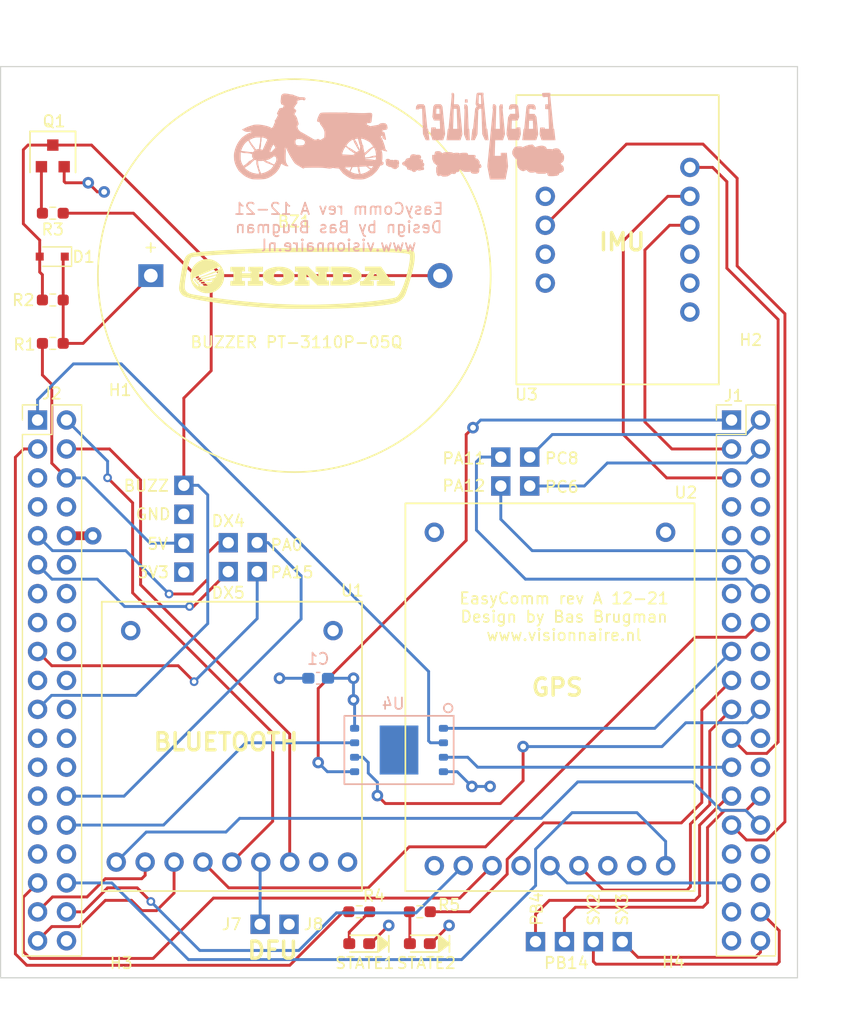
<source format=kicad_pcb>
(kicad_pcb (version 20211014) (generator pcbnew)
  (title_block (title "EasyComm Board") (date "2021-12-06") (company "visionnaire.nl"))
  (layers (0 "F.Cu" signal) (1 "In1.Cu" power "GND") (2 "In2.Cu" power "PWR") (31 "B.Cu" signal) (34 "B.Paste" user) (35 "F.Paste" user) (36 "B.SilkS" user "B.Silkscreen") (37 "F.SilkS" user "F.Silkscreen") (38 "B.Mask" user) (39 "F.Mask" user) (44 "Edge.Cuts" user))
  (net 0 "")
  (net 1 "Net-(BZ1-Pad1)")
  (net 2 "/VBAT")
  (net 3 "Net-(BZ1-Pad2)")
  (net 4 "Net-(D2-Pad2)")
  (net 5 "Net-(D3-Pad2)")
  (net 6 "/FLASH_IO0")
  (net 7 "/PC8")
  (net 8 "/IMU_SCL")
  (net 9 "/PC6")
  (net 10 "/IMU_SDA")
  (net 16 "/PA12")
  (net 18 "/PA11")
  (net 19 "GND")
  (net 21 "/BLE_CS")
  (net 22 "/FLASH_CS")
  (net 24 "/LED_STATUS2")
  (net 25 "/RX_TX")
  (net 26 "/FLASH_CLK")
  (net 27 "/INTM")
  (net 28 "+5V")
  (net 29 "+3V3")
  (net 31 "/FLASH_WP")
  (net 33 "/PB4")
  (net 34 "/PB14")
  (net 35 "/IMU_INT1")
  (net 36 "/BLE_CLK")
  (net 39 "/TX_RX")
  (net 43 "/FLASH_IO1")
  (net 44 "/BLE_IRQ")
  (net 45 "/LED_STATUS1")
  (net 46 "/BLE_RST")
  (net 54 "/PA15")
  (net 56 "/BUZZ")
  (net 62 "/PA0")
  (net 64 "/FLASH_RESET")
  (net 67 "/PPS")
  (net 68 "/BLE_MISO")
  (net 69 "/GPS_ENABLE")
  (net 70 "/BLE_MOSI")
  (net 72 "/DFU")
  (net 73 "/S_XTRA2")
  (net 74 "Net-(Q1-Pad1)")
  (net 75 "/S_XTRA3")
  (net 80 "/XTRA5_D")
  (net 81 "/XTRA4_D")
  (footprint "stamina_footprints:R_0603_1608Metric_Pad0.98x0.95mm_HandSolder" (layer "F.Cu") (at 109.5875 57.87)
    (fp_text reference "R3")
    (fp_text value "330")
  )
  (footprint "stamina_footprints:MountingHole_3.2mm_M3" (layer "F.Cu") (at 164 121)
    (fp_text reference "H4")
    (fp_text value "MountingHole")
  )
  (footprint "stamina_footprints:PinHeader_2x19_P2.54mm_Vertical" (layer "F.Cu") (at 108.25 76.03)
    (fp_text reference "J2")
    (fp_text value "LEFT Morpho")
  )
  (footprint "stamina_footprints:PinHeader_1x01_P2.54mm_Vertical" (layer "F.Cu") (at 121.1 81.76)
    (fp_text reference "BUZZ")
    (fp_text value "TestPoint")
  )
  (footprint "stamina_footprints:R_0603_1608Metric_Pad0.98x0.95mm_HandSolder" (layer "F.Cu") (at 136.505 119.2 180)
    (fp_text reference "R4")
    (fp_text value "330")
  )
  (footprint "stamina_footprints:LED_0603_1608Metric_Pad1.05x0.95mm_HandSolder" (layer "F.Cu") (at 141.83 122 180)
    (fp_text reference "STATE2")
    (fp_text value "LED")
  )
  (footprint "stamina_footprints:PinHeader_1x01_P2.54mm_Vertical" (layer "F.Cu") (at 148.942 79.28)
    (fp_text reference "PA11")
    (fp_text value "Conn_01x01")
  )
  (footprint "stamina_footprints:PinHeader_1x01_P2.54mm_Vertical" (layer "F.Cu") (at 151.482 79.28)
    (fp_text reference "PC8")
    (fp_text value "Conn_01x01")
  )
  (footprint "stamina_footprints:PinHeader_1x01_P2.54mm_Vertical" (layer "F.Cu") (at 151.482 81.82)
    (fp_text reference "PC6")
    (fp_text value "Conn_01x01")
  )
  (footprint "stamina_footprints:R_0603_1608Metric_Pad0.98x0.95mm_HandSolder" (layer "F.Cu") (at 109.5875 69.3)
    (fp_text reference "R1")
    (fp_text value "2.7K")
  )
  (footprint "stamina_footprints:PinHeader_1x01_P2.54mm_Vertical" (layer "F.Cu") (at 127.54 89.34)
    (fp_text reference "PA15")
    (fp_text value "Conn_01x01")
  )
  (footprint "stamina_footprints:LED_0603_1608Metric_Pad1.05x0.95mm_HandSolder" (layer "F.Cu") (at 136.505 122 180)
    (fp_text reference "STATE1")
    (fp_text value "LED")
  )
  (footprint "stamina_footprints:MountingHole_3.2mm_M3" (layer "F.Cu") (at 115.5 121)
    (fp_text reference "H3")
    (fp_text value "MountingHole")
  )
  (footprint "stamina_footprints:PinHeader_1x01_P2.54mm_Vertical" (layer "F.Cu") (at 130.34 120.3 90)
    (fp_text reference "J8")
    (fp_text value "Conn_01x01")
  )
  (footprint "stamina_footprints:MountingHole_3.2mm_M3" (layer "F.Cu") (at 171 71.5)
    (fp_text reference "H2")
    (fp_text value "MountingHole")
  )
  (footprint "stamina_footprints:SOT-23_3_HandSoldering" (layer "F.Cu") (at 109.5875 52.79 90)
    (fp_text reference "Q1")
    (fp_text value "NPN2222A")
  )
  (footprint "stamina_footprints:PinHeader_1x01_P2.54mm_Vertical" (layer "F.Cu") (at 157.07 121.825)
    (fp_text reference "SX2")
    (fp_text value "Conn_01x01")
  )
  (footprint "stamina_footprints:PinHeader_1x01_P2.54mm_Vertical" (layer "F.Cu") (at 121.1 84.3)
    (fp_text reference "GND")
    (fp_text value "TestPoint")
  )
  (footprint "stamina_footprints:PinHeader_1x01_P2.54mm_Vertical" (layer "F.Cu") (at 151.99 121.825)
    (fp_text reference "PB4")
    (fp_text value "Conn_01x01")
  )
  (footprint "stamina_footprints:Adafruit_IMU" (layer "F.Cu") (at 165.55 66.55 90)
    (fp_text reference "U3")
    (fp_text value "Adafruit_IMU")
  )
  (footprint "stamina_footprints:Adafruit_GPS" (layer "F.Cu") (at 143.1 115.156)
    (fp_text reference "U2")
    (fp_text value "Adafruit_GPS")
  )
  (footprint "stamina_footprints:PinHeader_1x01_P2.54mm_Vertical" (layer "F.Cu") (at 159.61 121.825)
    (fp_text reference "SX3")
    (fp_text value "Conn_01x01")
  )
  (footprint "stamina_footprints:PinHeader_1x01_P2.54mm_Vertical" (layer "F.Cu") (at 121.1 89.38)
    (fp_text reference "3V3")
    (fp_text value "TestPoint")
  )
  (footprint "stamina_footprints:D_SOD-323F" (layer "F.Cu") (at 109.5375 61.68 180)
    (fp_text reference "D1")
    (fp_text value "D_Schottky")
  )
  (footprint "stamina_footprints:PinHeader_2x19_P2.54mm_Vertical" (layer "F.Cu") (at 169.21 76.03)
    (fp_text reference "J1")
    (fp_text value "RIGHT Morpho")
  )
  (footprint "stamina_footprints:PinHeader_1x01_P2.54mm_Vertical" (layer "F.Cu") (at 121.1 86.84)
    (fp_text reference "5V")
    (fp_text value "TestPoint")
  )
  (footprint "stamina_footprints:PinHeader_1x01_P2.54mm_Vertical" (layer "F.Cu") (at 127.8 120.3 90)
    (fp_text reference "J7")
    (fp_text value "Conn_01x01")
  )
  (footprint "stamina_footprints:R_0603_1608Metric_Pad0.98x0.95mm_HandSolder" (layer "F.Cu") (at 109.5875 65.49 180)
    (fp_text reference "R2")
    (fp_text value "1K")
  )
  (footprint "stamina_footprints:MountingHole_3.2mm_M3" (layer "F.Cu") (at 115.5 76)
    (fp_text reference "H1")
    (fp_text value "MountingHole")
  )
  (footprint "stamina_footprints:Adafruit_Bluetooth" (layer "F.Cu") (at 115.16 114.84)
    (fp_text reference "U1")
    (fp_text value "Adafruit_Bluetooth")
  )
  (footprint "stamina_footprints:PinHeader_1x01_P2.54mm_Vertical" (layer "F.Cu") (at 127.54 86.8)
    (fp_text reference "PA0")
    (fp_text value "Conn_01x01")
  )
  (footprint "stamina_footprints:R_0603_1608Metric_Pad0.98x0.95mm_HandSolder" (layer "F.Cu") (at 141.83 119.2)
    (fp_text reference "R5")
    (fp_text value "330")
  )
  (footprint "stamina_footprints:EasyRider_logo2" (layer "F.Cu") (at 131.1 63.6)
    (fp_text reference "G***" hide)
    (fp_text value "LOGO" hide)
  )
  (footprint "stamina_footprints:PinHeader_1x01_P2.54mm_Vertical" (layer "F.Cu") (at 125 86.8)
    (fp_text reference "DX4")
    (fp_text value "Conn_01x01")
  )
  (footprint "stamina_footprints:Buzzer_25.4mmPP" (layer "F.Cu") (at 118.2 63.35)
    (fp_text reference "BZ1")
    (fp_text value "Buzzer")
  )
  (footprint "stamina_footprints:PinHeader_1x01_P2.54mm_Vertical" (layer "F.Cu") (at 148.942 81.82)
    (fp_text reference "PA12")
    (fp_text value "Conn_01x01")
  )
  (footprint "stamina_footprints:PinHeader_1x01_P2.54mm_Vertical" (layer "F.Cu") (at 154.53 121.825)
    (fp_text reference "PB14")
    (fp_text value "Conn_01x01")
  )
  (footprint "stamina_footprints:PinHeader_1x01_P2.54mm_Vertical" (layer "F.Cu") (at 125 89.34)
    (fp_text reference "DX5")
    (fp_text value "Conn_01x01")
  )
  (footprint "stamina_footprints:EasyRider_logo1" (layer "B.Cu") (at 140.369238 51.084817 180)
    (fp_text reference "G***" hide)
    (fp_text value "LOGO" hide)
  )
  (footprint "stamina_footprints:WSON-8-8x6mm_P1.27mm" (layer "B.Cu") (at 140 105 180)
    (fp_text reference "U4")
    (fp_text value "W25Q256JV")
  )
  (footprint "stamina_footprints:C_0603_1608Metric_Pad1.08x0.95mm_HandSolder" (layer "B.Cu") (at 132.9 98.7 180)
    (fp_text reference "C1")
    (fp_text value "0.1uf")
  )
  (gr_line (start 105 45) (end 105 125) (layer "Edge.Cuts") (width 0.1))
  (gr_line (start 105 45) (end 175 45) (layer "Edge.Cuts") (width 0.1))
  (gr_line (start 175 45) (end 175 125) (layer "Edge.Cuts") (width 0.1))
  (gr_line (start 105 125) (end 175 125) (layer "Edge.Cuts") (width 0.1))
  (gr_text "EasyComm rev A 12-21\nDesign by Bas Brugman\nwww.visionnaire.nl\n" (at 134.7 59.1) (layer "B.SilkS") (effects (font (size 1 1)) (justify mirror)))
  (gr_text "BLUETOOTH" (at 124.8 104.3) (layer "F.SilkS") (effects (font (size 1.5 1.5) (thickness 0.3))))
  (gr_text "DFU" (at 128.9 122.6) (layer "F.SilkS") (effects (font (size 1.5 1.5) (thickness 0.3))))
  (gr_text "IMU" (at 159.6 60.4) (layer "F.SilkS") (effects (font (size 1.5 1.5) (thickness 0.3))))
  (gr_text "GPS" (at 153.9 99.5) (layer "F.SilkS") (effects (font (size 1.5 1.5) (thickness 0.3))))
  (gr_text "EasyComm rev A 12-21\nDesign by Bas Brugman\nwww.visionnaire.nl\n" (at 154.5 93.3) (layer "F.SilkS") (effects (font (size 1 1))))
  (segment (start 110.5 69.3) (end 110.5 65.49) (width 0.254) (layer "F.Cu") (net 1))
  (segment (start 110.5 69.3) (end 112.25 69.3) (width 0.254) (layer "F.Cu") (net 1))
  (segment (start 112.25 69.3) (end 118.2 63.35) (width 0.254) (layer "F.Cu") (net 1))
  (segment (start 110.5 61.8175) (end 110.6375 61.68) (width 0.254) (layer "F.Cu") (net 1))
  (segment (start 110.5 65.49) (end 110.5 61.8175) (width 0.254) (layer "F.Cu") (net 1))
  (segment (start 107 117.92) (end 108.25 116.67) (width 0.254) (layer "F.Cu") (net 2))
  (segment (start 118.4 123.3) (end 107.6 123.3) (width 0.254) (layer "F.Cu") (net 2))
  (segment (start 107.6 123.3) (end 107 122.7) (width 0.254) (layer "F.Cu") (net 2))
  (segment (start 123.7 118) (end 118.4 123.3) (width 0.254) (layer "F.Cu") (net 2))
  (segment (start 145.336 118) (end 123.7 118) (width 0.254) (layer "F.Cu") (net 2))
  (segment (start 148.18 115.156) (end 145.336 118) (width 0.254) (layer "F.Cu") (net 2))
  (segment (start 107 122.7) (end 107 117.92) (width 0.254) (layer "F.Cu") (net 2))
  (segment (start 124.45 63.35) (end 112.99 51.89) (width 0.254) (layer "F.Cu") (net 3))
  (segment (start 107 58.8) (end 108.4375 60.2375) (width 0.254) (layer "F.Cu") (net 3))
  (segment (start 108.4375 63.0375) (end 108.4375 61.68) (width 0.254) (layer "F.Cu") (net 3))
  (segment (start 112.99 51.89) (end 109.5875 51.89) (width 0.254) (layer "F.Cu") (net 3))
  (segment (start 108.675 63.275) (end 108.4375 63.0375) (width 0.254) (layer "F.Cu") (net 3))
  (segment (start 108.675 65.49) (end 108.675 63.275) (width 0.254) (layer "F.Cu") (net 3))
  (segment (start 107.41 51.89) (end 109.5875 51.89) (width 0.254) (layer "F.Cu") (net 3))
  (segment (start 107 58.8) (end 107 52.3) (width 0.254) (layer "F.Cu") (net 3))
  (segment (start 143.6 63.35) (end 124.45 63.35) (width 0.254) (layer "F.Cu") (net 3))
  (segment (start 107 52.3) (end 107.41 51.89) (width 0.254) (layer "F.Cu") (net 3))
  (segment (start 108.4375 60.2375) (end 108.4375 61.68) (width 0.254) (layer "F.Cu") (net 3))
  (segment (start 135.63 120.9875) (end 137.4175 119.2) (width 0.254) (layer "F.Cu") (net 4))
  (segment (start 135.63 122) (end 135.63 120.9875) (width 0.254) (layer "F.Cu") (net 4))
  (segment (start 140.955 122) (end 140.955 119.2375) (width 0.254) (layer "F.Cu") (net 5))
  (segment (start 140.955 119.2375) (end 140.9175 119.2) (width 0.254) (layer "F.Cu") (net 5))
  (segment (start 145.9 86.6) (end 132.9 99.6) (width 0.254) (layer "F.Cu") (net 6))
  (segment (start 146.5 76.7) (end 145.9 77.3) (width 0.254) (layer "F.Cu") (net 6))
  (segment (start 132.9 99.6) (end 132.9 106.1) (width 0.254) (layer "F.Cu") (net 6))
  (segment (start 145.9 77.3) (end 145.9 86.6) (width 0.254) (layer "F.Cu") (net 6))
  (via (at 132.9 106.1) (size 1.016) (drill 0.508) (layers "F.Cu" "B.Cu") (net 6))
  (via (at 146.5 76.7) (size 1.016) (drill 0.508) (layers "F.Cu" "B.Cu") (net 6))
  (segment (start 133.705 106.905) (end 132.9 106.1) (width 0.254) (layer "B.Cu") (net 6))
  (segment (start 146.5 76.7) (end 147.17 76.03) (width 0.254) (layer "B.Cu") (net 6))
  (segment (start 147.17 76.03) (end 169.21 76.03) (width 0.254) (layer "B.Cu") (net 6))
  (segment (start 136.1 106.905) (end 133.705 106.905) (width 0.254) (layer "B.Cu") (net 6))
  (segment (start 170.48 77.3) (end 153.462 77.3) (width 0.254) (layer "B.Cu") (net 7))
  (segment (start 153.462 77.3) (end 151.482 79.28) (width 0.254) (layer "B.Cu") (net 7))
  (segment (start 171.75 76.03) (end 170.48 77.3) (width 0.254) (layer "B.Cu") (net 7))
  (segment (start 161.6 61.1) (end 163.77 58.93) (width 0.254) (layer "F.Cu") (net 8))
  (segment (start 161.6 76.2) (end 161.6 61.1) (width 0.254) (layer "F.Cu") (net 8))
  (segment (start 163.77 58.93) (end 165.55 58.93) (width 0.254) (layer "F.Cu") (net 8))
  (segment (start 163.97 78.57) (end 161.6 76.2) (width 0.254) (layer "F.Cu") (net 8))
  (segment (start 169.21 78.57) (end 163.97 78.57) (width 0.254) (layer "F.Cu") (net 8))
  (segment (start 158.3 79.8) (end 156.28 81.82) (width 0.254) (layer "B.Cu") (net 9))
  (segment (start 170.52 79.8) (end 158.3 79.8) (width 0.254) (layer "B.Cu") (net 9))
  (segment (start 171.75 78.57) (end 170.52 79.8) (width 0.254) (layer "B.Cu") (net 9))
  (segment (start 156.28 81.82) (end 151.482 81.82) (width 0.254) (layer "B.Cu") (net 9))
  (segment (start 169.21 81.11) (end 163.51 81.11) (width 0.254) (layer "F.Cu") (net 10))
  (segment (start 163.61 56.39) (end 165.55 56.39) (width 0.254) (layer "F.Cu") (net 10))
  (segment (start 159.7 60.3) (end 163.61 56.39) (width 0.254) (layer "F.Cu") (net 10))
  (segment (start 159.7 77.3) (end 159.7 60.3) (width 0.254) (layer "F.Cu") (net 10))
  (segment (start 163.51 81.11) (end 159.7 77.3) (width 0.254) (layer "F.Cu") (net 10))
  (segment (start 170.52 87.5) (end 151.7 87.5) (width 0.254) (layer "B.Cu") (net 16))
  (segment (start 151.7 87.5) (end 148.942 84.742) (width 0.254) (layer "B.Cu") (net 16))
  (segment (start 148.942 84.742) (end 148.942 81.82) (width 0.254) (layer "B.Cu") (net 16))
  (segment (start 171.75 88.73) (end 170.52 87.5) (width 0.254) (layer "B.Cu") (net 16))
  (segment (start 146.8 85.692752) (end 146.8 79.7) (width 0.254) (layer "B.Cu") (net 18))
  (segment (start 146.8 79.7) (end 147.22 79.28) (width 0.254) (layer "B.Cu") (net 18))
  (segment (start 151.107248 90) (end 148.935955 87.828707) (width 0.254) (layer "B.Cu") (net 18))
  (segment (start 147.22 79.28) (end 148.942 79.28) (width 0.254) (layer "B.Cu") (net 18))
  (segment (start 170.48 90) (end 151.107248 90) (width 0.254) (layer "B.Cu") (net 18))
  (segment (start 171.75 91.27) (end 170.48 90) (width 0.254) (layer "B.Cu") (net 18))
  (segment (start 148.935955 87.828707) (end 146.8 85.692752) (width 0.254) (layer "B.Cu") (net 18))
  (segment (start 110.5875 55.0875) (end 110.5875 53.79) (width 0.254) (layer "F.Cu") (net 19))
  (segment (start 142.8 122) (end 144.4 120.4) (width 0.254) (layer "F.Cu") (net 19))
  (segment (start 110.7 55.2) (end 110.5875 55.0875) (width 0.254) (layer "F.Cu") (net 19))
  (segment (start 142.705 122) (end 142.8 122) (width 0.254) (layer "F.Cu") (net 19))
  (segment (start 112.7 55.2) (end 110.7 55.2) (width 0.254) (layer "F.Cu") (net 19))
  (segment (start 114.1 56) (end 113.5 56) (width 0.254) (layer "F.Cu") (net 19))
  (segment (start 113.5 56) (end 112.7 55.2) (width 0.254) (layer "F.Cu") (net 19))
  (segment (start 137.38 122) (end 137.5 122) (width 0.254) (layer "F.Cu") (net 19))
  (segment (start 137.5 122) (end 139.1 120.4) (width 0.254) (layer "F.Cu") (net 19))
  (via (at 114.1 56) (size 1.016) (drill 0.508) (layers "F.Cu" "B.Cu") (net 19))
  (via (at 129.5 98.7) (size 1.016) (drill 0.508) (layers "F.Cu" "B.Cu") (net 19))
  (via (at 144.4 120.4) (size 1.016) (drill 0.508) (layers "F.Cu" "B.Cu") (net 19))
  (via (at 148 108.2) (size 1.016) (drill 0.508) (layers "F.Cu" "B.Cu") (net 19))
  (via (at 112.7 55.2) (size 1.016) (drill 0.508) (layers "F.Cu" "B.Cu") (net 19))
  (via (at 139.1 120.4) (size 1.016) (drill 0.508) (layers "F.Cu" "B.Cu") (net 19))
  (via (at 146.4 108.2) (size 1.016) (drill 0.508) (layers "F.Cu" "B.Cu") (net 19))
  (segment (start 145.105 106.905) (end 143.9 106.905) (width 0.254) (layer "B.Cu") (net 19))
  (segment (start 148 108.2) (end 146.4 108.2) (width 0.254) (layer "B.Cu") (net 19))
  (segment (start 132.0375 98.7) (end 129.5 98.7) (width 0.254) (layer "B.Cu") (net 19))
  (segment (start 146.4 108.2) (end 145.105 106.905) (width 0.254) (layer "B.Cu") (net 19))
  (segment (start 171.75 93.81) (end 170.46 95.1) (width 0.254) (layer "F.Cu") (net 21))
  (segment (start 166 95.1) (end 147.6 113.5) (width 0.254) (layer "F.Cu") (net 21))
  (segment (start 147.6 113.5) (end 140.9 113.5) (width 0.254) (layer "F.Cu") (net 21))
  (segment (start 125.04 117.1) (end 122.78 114.84) (width 0.254) (layer "F.Cu") (net 21))
  (segment (start 170.46 95.1) (end 166 95.1) (width 0.254) (layer "F.Cu") (net 21))
  (segment (start 137.3 117.1) (end 125.04 117.1) (width 0.254) (layer "F.Cu") (net 21))
  (segment (start 140.9 113.5) (end 137.3 117.1) (width 0.254) (layer "F.Cu") (net 21))
  (segment (start 162.465 103.095) (end 143.9 103.095) (width 0.254) (layer "B.Cu") (net 22))
  (segment (start 169.21 96.35) (end 162.465 103.095) (width 0.254) (layer "B.Cu") (net 22))
  (segment (start 149.5 115.9) (end 149.5 114.6) (width 0.254) (layer "F.Cu") (net 24))
  (segment (start 164.8 111.4) (end 166.6 109.6) (width 0.254) (layer "F.Cu") (net 24))
  (segment (start 142.7425 119.2) (end 146.2 119.2) (width 0.254) (layer "F.Cu") (net 24))
  (segment (start 166.6 101.5) (end 169.21 98.89) (width 0.254) (layer "F.Cu") (net 24))
  (segment (start 146.2 119.2) (end 149.5 115.9) (width 0.254) (layer "F.Cu") (net 24))
  (segment (start 152.7 111.4) (end 164.8 111.4) (width 0.254) (layer "F.Cu") (net 24))
  (segment (start 166.6 109.6) (end 166.6 101.5) (width 0.254) (layer "F.Cu") (net 24))
  (segment (start 149.5 114.6) (end 152.7 111.4) (width 0.254) (layer "F.Cu") (net 24))
  (segment (start 167.3 109.8) (end 165.6 111.5) (width 0.254) (layer "F.Cu") (net 25))
  (segment (start 165.6 111.5) (end 165.6 117) (width 0.254) (layer "F.Cu") (net 25))
  (segment (start 165.6 117) (end 165.3 117.3) (width 0.254) (layer "F.Cu") (net 25))
  (segment (start 157.944 117.3) (end 155.8 115.156) (width 0.254) (layer "F.Cu") (net 25))
  (segment (start 167.3 103.34) (end 167.3 109.8) (width 0.254) (layer "F.Cu") (net 25))
  (segment (start 165.3 117.3) (end 157.944 117.3) (width 0.254) (layer "F.Cu") (net 25))
  (segment (start 169.21 101.43) (end 167.3 103.34) (width 0.254) (layer "F.Cu") (net 25))
  (segment (start 150.9 104.7) (end 150.9 107.7) (width 0.254) (layer "F.Cu") (net 26))
  (segment (start 138.8 109.7) (end 138.1 109) (width 0.254) (layer "F.Cu") (net 26))
  (segment (start 148.9 109.7) (end 138.8 109.7) (width 0.254) (layer "F.Cu") (net 26))
  (segment (start 150.9 107.7) (end 148.9 109.7) (width 0.254) (layer "F.Cu") (net 26))
  (via (at 150.9 104.7) (size 1.016) (drill 0.508) (layers "F.Cu" "B.Cu") (net 26))
  (via (at 138.1 109) (size 1.016) (drill 0.508) (layers "F.Cu" "B.Cu") (net 26))
  (segment (start 137.3 106.1) (end 136.835 105.635) (width 0.254) (layer "B.Cu") (net 26))
  (segment (start 138.1 109) (end 138.1 107.826942) (width 0.254) (layer "B.Cu") (net 26))
  (segment (start 171.75 101.43) (end 170.58 102.6) (width 0.254) (layer "B.Cu") (net 26))
  (segment (start 163.1 104.7) (end 150.9 104.7) (width 0.254) (layer "B.Cu") (net 26))
  (segment (start 136.835 105.635) (end 136.1 105.635) (width 0.254) (layer "B.Cu") (net 26))
  (segment (start 170.193489 102.606511) (end 165.193489 102.606511) (width 0.254) (layer "B.Cu") (net 26))
  (segment (start 165.193489 102.606511) (end 163.1 104.7) (width 0.254) (layer "B.Cu") (net 26))
  (segment (start 170.58 102.6) (end 170.2 102.6) (width 0.254) (layer "B.Cu") (net 26))
  (segment (start 170.2 102.6) (end 170.193489 102.606511) (width 0.254) (layer "B.Cu") (net 26))
  (segment (start 138.1 107.826942) (end 137.3 107.026942) (width 0.254) (layer "B.Cu") (net 26))
  (segment (start 137.3 107.026942) (end 137.3 106.1) (width 0.254) (layer "B.Cu") (net 26))
  (segment (start 173.3 67.2) (end 168.8 62.7) (width 0.254) (layer "F.Cu") (net 27))
  (segment (start 168.8 62.7) (end 168.8 55.1) (width 0.254) (layer "F.Cu") (net 27))
  (segment (start 167.55 53.85) (end 165.55 53.85) (width 0.254) (layer "F.Cu") (net 27))
  (segment (start 172.3 105.3) (end 173.3 104.3) (width 0.254) (layer "F.Cu") (net 27))
  (segment (start 170.54 105.3) (end 172.3 105.3) (width 0.254) (layer "F.Cu") (net 27))
  (segment (start 173.3 104.3) (end 173.3 67.2) (width 0.254) (layer "F.Cu") (net 27))
  (segment (start 169.21 103.97) (end 170.54 105.3) (width 0.254) (layer "F.Cu") (net 27))
  (segment (start 168.8 55.1) (end 167.55 53.85) (width 0.254) (layer "F.Cu") (net 27))
  (segment (start 109.5 79.82) (end 109.5 72.9) (width 0.254) (layer "F.Cu") (net 28))
  (segment (start 110.79 81.11) (end 109.5 79.82) (width 0.254) (layer "F.Cu") (net 28))
  (segment (start 108.675 72.075) (end 108.675 69.3) (width 0.254) (layer "F.Cu") (net 28))
  (segment (start 109.5 72.9) (end 108.675 72.075) (width 0.254) (layer "F.Cu") (net 28))
  (segment (start 121.1 86.84) (end 118.14 86.84) (width 0.254) (layer "B.Cu") (net 28))
  (segment (start 118.14 86.84) (end 112.41 81.11) (width 0.254) (layer "B.Cu") (net 28))
  (segment (start 112.41 81.11) (end 110.79 81.11) (width 0.254) (layer "B.Cu") (net 28))
  (segment (start 113.089998 86.19) (end 113.099999 86.200001) (width 0.762) (layer "F.Cu") (net 29))
  (segment (start 110.79 86.19) (end 113.089998 86.19) (width 0.762) (layer "F.Cu") (net 29))
  (via (at 136 100.6) (size 1.016) (drill 0.508) (layers "F.Cu" "B.Cu") (net 29))
  (via (at 113.099999 86.200001) (size 1.524) (drill 0.762) (layers "F.Cu" "B.Cu") (net 29))
  (via (at 136 98.7) (size 1.016) (drill 0.508) (layers "F.Cu" "B.Cu") (net 29))
  (segment (start 136 100.6) (end 136 98.7) (width 0.254) (layer "B.Cu") (net 29))
  (segment (start 136.1 103.095) (end 136.1 100.7) (width 0.254) (layer "B.Cu") (net 29))
  (segment (start 136.1 100.7) (end 136 100.6) (width 0.254) (layer "B.Cu") (net 29))
  (segment (start 136 98.7) (end 133.7625 98.7) (width 0.254) (layer "B.Cu") (net 29))
  (segment (start 169.21 106.51) (end 146.91 106.51) (width 0.254) (layer "B.Cu") (net 31))
  (segment (start 146.035 105.635) (end 143.9 105.635) (width 0.254) (layer "B.Cu") (net 31))
  (segment (start 146.91 106.51) (end 146.035 105.635) (width 0.254) (layer "B.Cu") (net 31))
  (segment (start 166 118.2) (end 166.4 117.8) (width 0.254) (layer "F.Cu") (net 33))
  (segment (start 168.95 109.05) (end 169.21 109.05) (width 0.254) (layer "F.Cu") (net 33))
  (segment (start 151.99 119.41) (end 153.2 118.2) (width 0.254) (layer "F.Cu") (net 33))
  (segment (start 153.2 118.2) (end 166 118.2) (width 0.254) (layer "F.Cu") (net 33))
  (segment (start 151.99 121.825) (end 151.99 119.41) (width 0.254) (layer "F.Cu") (net 33))
  (segment (start 166.4 117.8) (end 166.4 111.6) (width 0.254) (layer "F.Cu") (net 33))
  (segment (start 166.4 111.6) (end 168.95 109.05) (width 0.254) (layer "F.Cu") (net 33))
  (segment (start 155.5 118.8) (end 154.53 119.77) (width 0.254) (layer "F.Cu") (net 34))
  (segment (start 171.75 109.05) (end 170.5 110.3) (width 0.254) (layer "F.Cu") (net 34))
  (segment (start 166.7 118.8) (end 155.5 118.8) (width 0.254) (layer "F.Cu") (net 34))
  (segment (start 168.6 110.3) (end 167.1 111.8) (width 0.254) (layer "F.Cu") (net 34))
  (segment (start 167.1 118.4) (end 166.7 118.8) (width 0.254) (layer "F.Cu") (net 34))
  (segment (start 167.1 111.8) (end 167.1 118.4) (width 0.254) (layer "F.Cu") (net 34))
  (segment (start 170.5 110.3) (end 168.6 110.3) (width 0.254) (layer "F.Cu") (net 34))
  (segment (start 154.53 119.77) (end 154.53 121.825) (width 0.254) (layer "F.Cu") (net 34))
  (segment (start 172.3 112.9) (end 173.9 111.3) (width 0.254) (layer "F.Cu") (net 35))
  (segment (start 159.98 51.8) (end 152.85 58.93) (width 0.254) (layer "F.Cu") (net 35))
  (segment (start 169.7 62.5) (end 169.7 54.8) (width 0.254) (layer "F.Cu") (net 35))
  (segment (start 166.7 51.8) (end 159.98 51.8) (width 0.254) (layer "F.Cu") (net 35))
  (segment (start 169.21 111.59) (end 170.52 112.9) (width 0.254) (layer "F.Cu") (net 35))
  (segment (start 170.52 112.9) (end 172.3 112.9) (width 0.254) (layer "F.Cu") (net 35))
  (segment (start 173.9 111.3) (end 173.9 66.7) (width 0.254) (layer "F.Cu") (net 35))
  (segment (start 169.7 54.8) (end 166.7 51.8) (width 0.254) (layer "F.Cu") (net 35))
  (segment (start 173.9 66.7) (end 169.7 62.5) (width 0.254) (layer "F.Cu") (net 35))
  (segment (start 155.7 107.8) (end 165.8 107.8) (width 0.254) (layer "B.Cu") (net 36))
  (segment (start 126 111) (end 152.5 111) (width 0.254) (layer "B.Cu") (net 36))
  (segment (start 115.16 114.84) (end 117.8 112.2) (width 0.254) (layer "B.Cu") (net 36))
  (segment (start 117.8 112.2) (end 124.8 112.2) (width 0.254) (layer "B.Cu") (net 36))
  (segment (start 152.5 111) (end 155.7 107.8) (width 0.254) (layer "B.Cu") (net 36))
  (segment (start 165.8 107.8) (end 168.3 110.3) (width 0.254) (layer "B.Cu") (net 36))
  (segment (start 168.3 110.3) (end 170.46 110.3) (width 0.254) (layer "B.Cu") (net 36))
  (segment (start 170.46 110.3) (end 171.75 111.59) (width 0.254) (layer "B.Cu") (net 36))
  (segment (start 124.8 112.2) (end 126 111) (width 0.254) (layer "B.Cu") (net 36))
  (segment (start 169.21 116.67) (end 154.774 116.67) (width 0.254) (layer "B.Cu") (net 39))
  (segment (start 154.774 116.67) (end 153.26 115.156) (width 0.254) (layer "B.Cu") (net 39))
  (segment (start 108.25 74.25) (end 108.25 76.03) (width 0.254) (layer "B.Cu") (net 43))
  (segment (start 142.6 98.1) (end 115.6 71.1) (width 0.254) (layer "B.Cu") (net 43))
  (segment (start 142.6 104.2) (end 142.6 98.1) (width 0.254) (layer "B.Cu") (net 43))
  (segment (start 142.765 104.365) (end 142.6 104.2) (width 0.254) (layer "B.Cu") (net 43))
  (segment (start 111.4 71.1) (end 108.25 74.25) (width 0.254) (layer "B.Cu") (net 43))
  (segment (start 143.9 104.365) (end 142.765 104.365) (width 0.254) (layer "B.Cu") (net 43))
  (segment (start 115.6 71.1) (end 111.4 71.1) (width 0.254) (layer "B.Cu") (net 43))
  (segment (start 116.6 83.3) (end 114.4 81.1) (width 0.254) (layer "F.Cu") (net 44))
  (segment (start 128.9 103.5) (end 116.6 91.2) (width 0.254) (layer "F.Cu") (net 44))
  (segment (start 125.32 114.84) (end 128.9 111.26) (width 0.254) (layer "F.Cu") (net 44))
  (segment (start 116.6 91.2) (end 116.6 83.3) (width 0.254) (layer "F.Cu") (net 44))
  (segment (start 128.9 111.26) (end 128.9 103.5) (width 0.254) (layer "F.Cu") (net 44))
  (via (at 114.4 81.1) (size 0.762) (drill 0.4064) (layers "F.Cu" "B.Cu") (net 44))
  (segment (start 114.4 79.64) (end 110.79 76.03) (width 0.254) (layer "B.Cu") (net 44))
  (segment (start 114.4 81.1) (end 114.4 79.64) (width 0.254) (layer "B.Cu") (net 44))
  (segment (start 107.3 123.9) (end 106.3 122.9) (width 0.254) (layer "F.Cu") (net 45))
  (segment (start 106.3 122.9) (end 106.3 79.3) (width 0.254) (layer "F.Cu") (net 45))
  (segment (start 135.5925 119.2) (end 135.105 119.2) (width 0.254) (layer "F.Cu") (net 45))
  (segment (start 106.3 79.3) (end 107.03 78.57) (width 0.254) (layer "F.Cu") (net 45))
  (segment (start 107.03 78.57) (end 108.25 78.57) (width 0.254) (layer "F.Cu") (net 45))
  (segment (start 135.105 119.2) (end 130.405 123.9) (width 0.254) (layer "F.Cu") (net 45))
  (segment (start 130.405 123.9) (end 107.3 123.9) (width 0.254) (layer "F.Cu") (net 45))
  (segment (start 117.3 90.5) (end 117.3 81.3) (width 0.254) (layer "F.Cu") (net 46))
  (segment (start 114.57 78.57) (end 110.79 78.57) (width 0.254) (layer "F.Cu") (net 46))
  (segment (start 117.3 81.3) (end 114.57 78.57) (width 0.254) (layer "F.Cu") (net 46))
  (segment (start 130.4 103.6) (end 117.3 90.5) (width 0.254) (layer "F.Cu") (net 46))
  (segment (start 130.4 114.84) (end 130.4 103.6) (width 0.254) (layer "F.Cu") (net 46))
  (segment (start 108.25 96.35) (end 109.5 97.6) (width 0.254) (layer "F.Cu") (net 54))
  (segment (start 120.6 97.6) (end 122 99) (width 0.254) (layer "F.Cu") (net 54))
  (segment (start 109.5 97.6) (end 120.6 97.6) (width 0.254) (layer "F.Cu") (net 54))
  (via (at 122 99) (size 0.762) (drill 0.4064) (layers "F.Cu" "B.Cu") (net 54))
  (segment (start 122 99) (end 127.54 93.46) (width 0.254) (layer "B.Cu") (net 54))
  (segment (start 127.54 93.46) (end 127.54 89.34) (width 0.254) (layer "B.Cu") (net 54))
  (segment (start 123.5 71.7) (end 121.1 74.1) (width 0.254) (layer "F.Cu") (net 56))
  (segment (start 110.5 57.87) (end 116.67 57.87) (width 0.254) (layer "F.Cu") (net 56))
  (segment (start 123.5 64.7) (end 123.5 71.7) (width 0.254) (layer "F.Cu") (net 56))
  (segment (start 116.67 57.87) (end 123.5 64.7) (width 0.254) (layer "F.Cu") (net 56))
  (segment (start 121.1 74.1) (end 121.1 81.76) (width 0.254) (layer "F.Cu") (net 56))
  (segment (start 108.25 101.43) (end 109.48 100.2) (width 0.254) (layer "B.Cu") (net 56))
  (segment (start 123.2 93.9) (end 123.2 82.6) (width 0.254) (layer "B.Cu") (net 56))
  (segment (start 109.48 100.2) (end 116.9 100.2) (width 0.254) (layer "B.Cu") (net 56))
  (segment (start 122.36 81.76) (end 121.1 81.76) (width 0.254) (layer "B.Cu") (net 56))
  (segment (start 116.9 100.2) (end 123.2 93.9) (width 0.254) (layer "B.Cu") (net 56))
  (segment (start 123.2 82.6) (end 122.36 81.76) (width 0.254) (layer "B.Cu") (net 56))
  (segment (start 110.79 109.05) (end 115.85 109.05) (width 0.254) (layer "B.Cu") (net 62))
  (segment (start 131.4 89.7) (end 128.5 86.8) (width 0.254) (layer "B.Cu") (net 62))
  (segment (start 131.4 93.5) (end 131.4 89.7) (width 0.254) (layer "B.Cu") (net 62))
  (segment (start 115.85 109.05) (end 131.4 93.5) (width 0.254) (layer "B.Cu") (net 62))
  (segment (start 128.5 86.8) (end 127.54 86.8) (width 0.254) (layer "B.Cu") (net 62))
  (segment (start 119.31 111.59) (end 126.535 104.365) (width 0.254) (layer "B.Cu") (net 64))
  (segment (start 110.79 111.59) (end 119.31 111.59) (width 0.254) (layer "B.Cu") (net 64))
  (segment (start 126.535 104.365) (end 136.1 104.365) (width 0.254) (layer "B.Cu") (net 64))
  (segment (start 163.42 115.156) (end 163.42 113.02) (width 0.254) (layer "B.Cu") (net 67))
  (segment (start 163.42 113.02) (end 160.9 110.5) (width 0.254) (layer "B.Cu") (net 67))
  (segment (start 121.5 123.4) (end 114.77 116.67) (width 0.254) (layer "B.Cu") (net 67))
  (segment (start 145.5 123.4) (end 121.5 123.4) (width 0.254) (layer "B.Cu") (net 67))
  (segment (start 160.9 110.5) (end 155.2 110.5) (width 0.254) (layer "B.Cu") (net 67))
  (segment (start 155.2 110.5) (end 152 113.7) (width 0.254) (layer "B.Cu") (net 67))
  (segment (start 152 116.9) (end 145.5 123.4) (width 0.254) (layer "B.Cu") (net 67))
  (segment (start 114.77 116.67) (end 110.79 116.67) (width 0.254) (layer "B.Cu") (net 67))
  (segment (start 152 113.7) (end 152 116.9) (width 0.254) (layer "B.Cu") (net 67))
  (segment (start 117.4 116.3) (end 117.7 116) (width 0.254) (layer "F.Cu") (net 68))
  (segment (start 117.7 116) (end 117.7 114.84) (width 0.254) (layer "F.Cu") (net 68))
  (segment (start 109.56 117.9) (end 112.6 117.9) (width 0.254) (layer "F.Cu") (net 68))
  (segment (start 114.2 116.3) (end 117.4 116.3) (width 0.254) (layer "F.Cu") (net 68))
  (segment (start 112.6 117.9) (end 114.2 116.3) (width 0.254) (layer "F.Cu") (net 68))
  (segment (start 108.25 119.21) (end 109.56 117.9) (width 0.254) (layer "F.Cu") (net 68))
  (segment (start 114.4 117.1) (end 112.29 119.21) (width 0.254) (layer "F.Cu") (net 69))
  (segment (start 117 117.1) (end 114.4 117.1) (width 0.254) (layer "F.Cu") (net 69))
  (segment (start 112.29 119.21) (end 110.79 119.21) (width 0.254) (layer "F.Cu") (net 69))
  (segment (start 118.2 118.3) (end 117 117.1) (width 0.254) (layer "F.Cu") (net 69))
  (via (at 118.2 118.3) (size 0.762) (drill 0.4064) (layers "F.Cu" "B.Cu") (net 69))
  (segment (start 134.5 119.3) (end 131.2 122.6) (width 0.254) (layer "B.Cu") (net 69))
  (segment (start 131.2 122.6) (end 122.5 122.6) (width 0.254) (layer "B.Cu") (net 69))
  (segment (start 134.9 119.3) (end 134.5 119.3) (width 0.254) (layer "B.Cu") (net 69))
  (segment (start 122.5 122.6) (end 118.2 118.3) (width 0.254) (layer "B.Cu") (net 69))
  (segment (start 145.64 115.156) (end 141.496 119.3) (width 0.254) (layer "B.Cu") (net 69))
  (segment (start 141.496 119.3) (end 134.9 119.3) (width 0.254) (layer "B.Cu") (net 69))
  (segment (start 109.5 120.5) (end 108.25 121.75) (width 0.254) (layer "F.Cu") (net 70))
  (segment (start 116.5 118.2) (end 114.2 118.2) (width 0.254) (layer "F.Cu") (net 70))
  (segment (start 120.24 114.84) (end 120.24 117.56) (width 0.254) (layer "F.Cu") (net 70))
  (segment (start 111.9 120.5) (end 109.5 120.5) (width 0.254) (layer "F.Cu") (net 70))
  (segment (start 117.4 119.1) (end 116.5 118.2) (width 0.254) (layer "F.Cu") (net 70))
  (segment (start 114.2 118.2) (end 111.9 120.5) (width 0.254) (layer "F.Cu") (net 70))
  (segment (start 118.7 119.1) (end 117.4 119.1) (width 0.254) (layer "F.Cu") (net 70))
  (segment (start 120.24 117.56) (end 118.7 119.1) (width 0.254) (layer "F.Cu") (net 70))
  (segment (start 127.8 120.3) (end 127.8 114.9) (width 0.254) (layer "B.Cu") (net 72))
  (segment (start 127.8 114.9) (end 127.86 114.84) (width 0.254) (layer "B.Cu") (net 72))
  (segment (start 157.07 123.57) (end 157.07 121.825) (width 0.254) (layer "F.Cu") (net 73))
  (segment (start 157.3 123.8) (end 157.07 123.57) (width 0.254) (layer "F.Cu") (net 73))
  (segment (start 173.4 123.6) (end 173.2 123.8) (width 0.254) (layer "F.Cu") (net 73))
  (segment (start 173.4 120.86) (end 173.4 123.6) (width 0.254) (layer "F.Cu") (net 73))
  (segment (start 171.75 119.21) (end 173.4 120.86) (width 0.254) (layer "F.Cu") (net 73))
  (segment (start 173.2 123.8) (end 157.3 123.8) (width 0.254) (layer "F.Cu") (net 73))
  (segment (start 108.5875 53.79) (end 108.5875 57.7825) (width 0.254) (layer "F.Cu") (net 74))
  (segment (start 108.5875 57.7825) (end 108.675 57.87) (width 0.254) (layer "F.Cu") (net 74))
  (segment (start 171.75 122.75) (end 171.75 121.75) (width 0.254) (layer "F.Cu") (net 75))
  (segment (start 160.985 123.2) (end 159.61 121.825) (width 0.254) (layer "F.Cu") (net 75))
  (segment (start 171.3 123.2) (end 171.75 122.75) (width 0.254) (layer "F.Cu") (net 75))
  (segment (start 171.3 123.2) (end 160.985 123.2) (width 0.254) (layer "F.Cu") (net 75))
  (segment (start 121.6 92.4) (end 121.94 92.4) (width 0.254) (layer "F.Cu") (net 80))
  (segment (start 121.94 92.4) (end 125 89.34) (width 0.254) (layer "F.Cu") (net 80))
  (via (at 121.6 92.4) (size 0.762) (drill 0.4064) (layers "F.Cu" "B.Cu") (net 80))
  (segment (start 108.25 88.73) (end 109.52 90) (width 0.254) (layer "B.Cu") (net 80))
  (segment (start 113.5 90) (end 115.9 92.4) (width 0.254) (layer "B.Cu") (net 80))
  (segment (start 109.52 90) (end 113.5 90) (width 0.254) (layer "B.Cu") (net 80))
  (segment (start 115.9 92.4) (end 121.6 92.4) (width 0.254) (layer "B.Cu") (net 80))
  (segment (start 119.8 91.3) (end 121.9 91.3) (width 0.254) (layer "F.Cu") (net 81))
  (segment (start 123.2 87.7) (end 124.1 86.8) (width 0.254) (layer "F.Cu") (net 81))
  (segment (start 124.1 86.8) (end 125 86.8) (width 0.254) (layer "F.Cu") (net 81))
  (segment (start 123.2 90) (end 123.2 87.7) (width 0.254) (layer "F.Cu") (net 81))
  (segment (start 121.9 91.3) (end 123.2 90) (width 0.254) (layer "F.Cu") (net 81))
  (via (at 119.8 91.3) (size 0.762) (drill 0.4064) (layers "F.Cu" "B.Cu") (net 81))
  (segment (start 109.56 87.5) (end 116 87.5) (width 0.254) (layer "B.Cu") (net 81))
  (segment (start 116 87.5) (end 119.8 91.3) (width 0.254) (layer "B.Cu") (net 81))
  (segment (start 108.25 86.19) (end 109.56 87.5) (width 0.254) (layer "B.Cu") (net 81))
)
</source>
